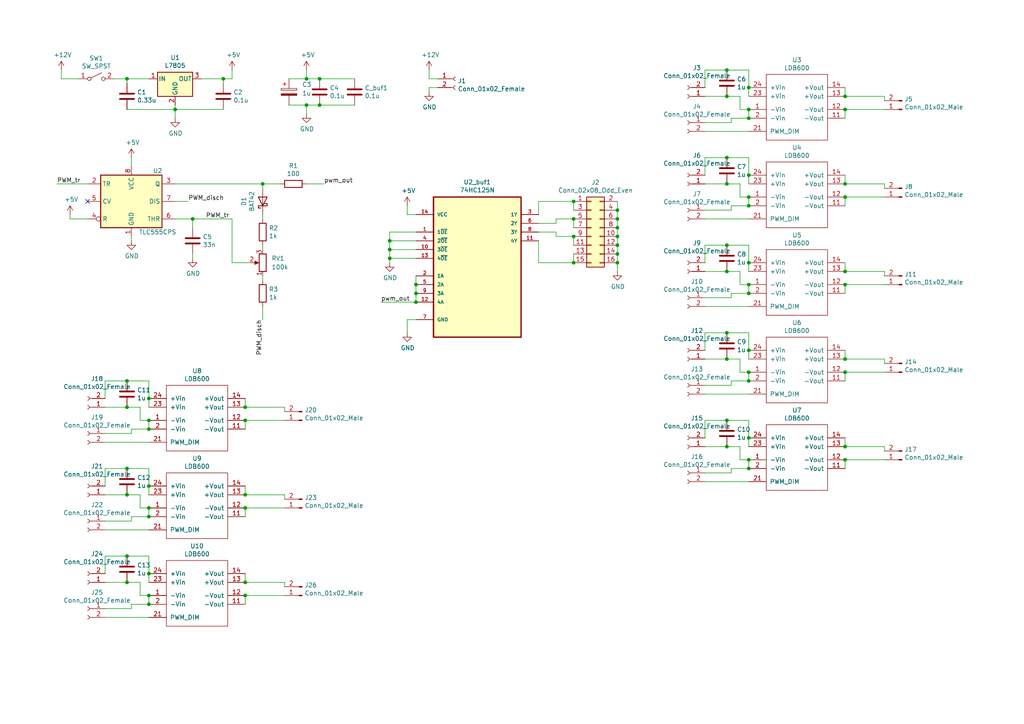
<source format=kicad_sch>
(kicad_sch (version 20211123) (generator eeschema)
  (paper "A4")
  (lib_symbols
    (symbol "74HC125N:74HC125N" (pin_names (offset 1.016))
      (property "Reference" "U" (at -5.461 20.0914 0))
      (property "Value" "74HC125N" (at -3.4798 -27.7876 0))
      (symbol "74HC125N_0_0"
        (rectangle (start -12.7 -22.86) (end 12.7 17.78) (stroke (width 0.4064)) (fill (type background)))
        (pin input line (at -17.78 7.62 0) (length 5.08) (name "1~{OE}") (number "1"))
        (pin input line (at -17.78 2.54 0) (length 5.08) (name "3~{OE}") (number "10"))
        (pin output line (at 17.78 5.08 180) (length 5.08) (name "4Y") (number "11"))
        (pin input line (at -17.78 -12.7 0) (length 5.08) (name "4A") (number "12"))
        (pin input line (at -17.78 0 0) (length 5.08) (name "4~{OE}") (number "13"))
        (pin power_in line (at -17.78 12.7 0) (length 5.08) (name "VCC") (number "14"))
        (pin input line (at -17.78 -5.08 0) (length 5.08) (name "1A") (number "2"))
        (pin output line (at 17.78 12.7 180) (length 5.08) (name "1Y") (number "3"))
        (pin input line (at -17.78 5.08 0) (length 5.08) (name "2~{OE}") (number "4"))
        (pin input line (at -17.78 -7.62 0) (length 5.08) (name "2A") (number "5"))
        (pin output line (at 17.78 10.16 180) (length 5.08) (name "2Y") (number "6"))
        (pin passive line (at -17.78 -17.78 0) (length 5.08) (name "GND") (number "7"))
        (pin output line (at 17.78 7.62 180) (length 5.08) (name "3Y") (number "8"))
        (pin input line (at -17.78 -10.16 0) (length 5.08) (name "3A") (number "9"))
      )
    )
    (symbol "Connector:Conn_01x02_Female" (pin_names (offset 1.016) hide)
      (property "Reference" "J" (at 0 2.54 0))
      (property "Value" "Conn_01x02_Female" (at 0 -5.08 0))
      (symbol "Conn_01x02_Female_1_1"
        (arc (start 0 -2.032) (mid -0.508 -2.54) (end 0 -3.048) (stroke (width 0.1524)))
        (polyline (pts (xy -1.27 -2.54) (xy -0.508 -2.54)) (stroke (width 0.1524)))
        (polyline (pts (xy -1.27 0) (xy -0.508 0)) (stroke (width 0.1524)))
        (arc (start 0 0.508) (mid -0.508 0) (end 0 -0.508) (stroke (width 0.1524)))
        (pin passive line (at -5.08 0 0) (length 3.81) (name "Pin_1") (number "1"))
        (pin passive line (at -5.08 -2.54 0) (length 3.81) (name "Pin_2") (number "2"))
      )
    )
    (symbol "Connector:Conn_01x02_Male" (pin_names (offset 1.016) hide)
      (property "Reference" "J" (at 0 2.54 0))
      (property "Value" "Conn_01x02_Male" (at 0 -5.08 0))
      (symbol "Conn_01x02_Male_1_1"
        (polyline (pts (xy 1.27 -2.54) (xy 0.8636 -2.54)) (stroke (width 0.1524)))
        (polyline (pts (xy 1.27 0) (xy 0.8636 0)) (stroke (width 0.1524)))
        (rectangle (start 0.8636 -2.413) (end 0 -2.667) (stroke (width 0.1524)) (fill (type outline)))
        (rectangle (start 0.8636 0.127) (end 0 -0.127) (stroke (width 0.1524)) (fill (type outline)))
        (pin passive line (at 5.08 0 180) (length 3.81) (name "Pin_1") (number "1"))
        (pin passive line (at 5.08 -2.54 180) (length 3.81) (name "Pin_2") (number "2"))
      )
    )
    (symbol "Connector_Generic:Conn_02x08_Odd_Even" (pin_names (offset 1.016) hide)
      (property "Reference" "J" (at 1.27 10.16 0))
      (property "Value" "Conn_02x08_Odd_Even" (at 1.27 -12.7 0))
      (symbol "Conn_02x08_Odd_Even_1_1"
        (rectangle (start -1.27 -10.033) (end 0 -10.287) (stroke (width 0.1524)))
        (rectangle (start -1.27 -7.493) (end 0 -7.747) (stroke (width 0.1524)))
        (rectangle (start -1.27 -4.953) (end 0 -5.207) (stroke (width 0.1524)))
        (rectangle (start -1.27 -2.413) (end 0 -2.667) (stroke (width 0.1524)))
        (rectangle (start -1.27 0.127) (end 0 -0.127) (stroke (width 0.1524)))
        (rectangle (start -1.27 2.667) (end 0 2.413) (stroke (width 0.1524)))
        (rectangle (start -1.27 5.207) (end 0 4.953) (stroke (width 0.1524)))
        (rectangle (start -1.27 7.747) (end 0 7.493) (stroke (width 0.1524)))
        (rectangle (start -1.27 8.89) (end 3.81 -11.43) (stroke (width 0.254)) (fill (type background)))
        (rectangle (start 3.81 -10.033) (end 2.54 -10.287) (stroke (width 0.1524)))
        (rectangle (start 3.81 -7.493) (end 2.54 -7.747) (stroke (width 0.1524)))
        (rectangle (start 3.81 -4.953) (end 2.54 -5.207) (stroke (width 0.1524)))
        (rectangle (start 3.81 -2.413) (end 2.54 -2.667) (stroke (width 0.1524)))
        (rectangle (start 3.81 0.127) (end 2.54 -0.127) (stroke (width 0.1524)))
        (rectangle (start 3.81 2.667) (end 2.54 2.413) (stroke (width 0.1524)))
        (rectangle (start 3.81 5.207) (end 2.54 4.953) (stroke (width 0.1524)))
        (rectangle (start 3.81 7.747) (end 2.54 7.493) (stroke (width 0.1524)))
        (pin passive line (at -5.08 7.62 0) (length 3.81) (name "Pin_1") (number "1"))
        (pin passive line (at 7.62 -2.54 180) (length 3.81) (name "Pin_10") (number "10"))
        (pin passive line (at -5.08 -5.08 0) (length 3.81) (name "Pin_11") (number "11"))
        (pin passive line (at 7.62 -5.08 180) (length 3.81) (name "Pin_12") (number "12"))
        (pin passive line (at -5.08 -7.62 0) (length 3.81) (name "Pin_13") (number "13"))
        (pin passive line (at 7.62 -7.62 180) (length 3.81) (name "Pin_14") (number "14"))
        (pin passive line (at -5.08 -10.16 0) (length 3.81) (name "Pin_15") (number "15"))
        (pin passive line (at 7.62 -10.16 180) (length 3.81) (name "Pin_16") (number "16"))
        (pin passive line (at 7.62 7.62 180) (length 3.81) (name "Pin_2") (number "2"))
        (pin passive line (at -5.08 5.08 0) (length 3.81) (name "Pin_3") (number "3"))
        (pin passive line (at 7.62 5.08 180) (length 3.81) (name "Pin_4") (number "4"))
        (pin passive line (at -5.08 2.54 0) (length 3.81) (name "Pin_5") (number "5"))
        (pin passive line (at 7.62 2.54 180) (length 3.81) (name "Pin_6") (number "6"))
        (pin passive line (at -5.08 0 0) (length 3.81) (name "Pin_7") (number "7"))
        (pin passive line (at 7.62 0 180) (length 3.81) (name "Pin_8") (number "8"))
        (pin passive line (at -5.08 -2.54 0) (length 3.81) (name "Pin_9") (number "9"))
      )
    )
    (symbol "Device:C" (pin_numbers hide) (pin_names (offset 0.254))
      (property "Reference" "C" (at 0.635 2.54 0))
      (property "Value" "C" (at 0.635 -2.54 0))
      (symbol "C_0_1"
        (polyline (pts (xy -2.032 -0.762) (xy 2.032 -0.762)) (stroke (width 0.508)))
        (polyline (pts (xy -2.032 0.762) (xy 2.032 0.762)) (stroke (width 0.508)))
      )
      (symbol "C_1_1"
        (pin passive line (at 0 3.81 270) (length 2.794) (name "~") (number "1"))
        (pin passive line (at 0 -3.81 90) (length 2.794) (name "~") (number "2"))
      )
    )
    (symbol "Device:C_Polarized" (pin_numbers hide) (pin_names (offset 0.254))
      (property "Reference" "C" (at 0.635 2.54 0))
      (property "Value" "C_Polarized" (at 0.635 -2.54 0))
      (symbol "C_Polarized_0_1"
        (rectangle (start -2.286 0.508) (end 2.286 1.016))
        (polyline (pts (xy -1.778 2.286) (xy -0.762 2.286)))
        (polyline (pts (xy -1.27 2.794) (xy -1.27 1.778)))
        (rectangle (start 2.286 -0.508) (end -2.286 -1.016) (fill (type outline)))
      )
      (symbol "C_Polarized_1_1"
        (pin passive line (at 0 3.81 270) (length 2.794) (name "~") (number "1"))
        (pin passive line (at 0 -3.81 90) (length 2.794) (name "~") (number "2"))
      )
    )
    (symbol "Device:R" (pin_numbers hide) (pin_names (offset 0))
      (property "Reference" "R" (at 2.032 0 90))
      (property "Value" "R" (at 0 0 90))
      (symbol "R_0_1"
        (rectangle (start -1.016 -2.54) (end 1.016 2.54) (stroke (width 0.254)))
      )
      (symbol "R_1_1"
        (pin passive line (at 0 3.81 270) (length 1.27) (name "~") (number "1"))
        (pin passive line (at 0 -3.81 90) (length 1.27) (name "~") (number "2"))
      )
    )
    (symbol "Device:R_Potentiometer" (pin_names (offset 1.016) hide)
      (property "Reference" "RV" (at -4.445 0 90))
      (property "Value" "R_Potentiometer" (at -2.54 0 90))
      (symbol "R_Potentiometer_0_1"
        (polyline (pts (xy 2.54 0) (xy 1.524 0)))
        (polyline (pts (xy 1.143 0) (xy 2.286 0.508) (xy 2.286 -0.508) (xy 1.143 0)) (fill (type outline)))
        (rectangle (start 1.016 2.54) (end -1.016 -2.54) (stroke (width 0.254)))
      )
      (symbol "R_Potentiometer_1_1"
        (pin passive line (at 0 3.81 270) (length 1.27) (name "1") (number "1"))
        (pin passive line (at 3.81 0 180) (length 1.27) (name "2") (number "2"))
        (pin passive line (at 0 -3.81 90) (length 1.27) (name "3") (number "3"))
      )
    )
    (symbol "Diode:BAT42" (pin_numbers hide) (pin_names (offset 1.016) hide)
      (property "Reference" "D" (at 0 2.54 0))
      (property "Value" "BAT42" (at 0 -2.54 0))
      (symbol "BAT42_0_1"
        (polyline (pts (xy 1.27 0) (xy -1.27 0)))
        (polyline (pts (xy 1.27 1.27) (xy 1.27 -1.27) (xy -1.27 0) (xy 1.27 1.27)) (stroke (width 0.254)))
        (polyline (pts (xy -1.905 0.635) (xy -1.905 1.27) (xy -1.27 1.27) (xy -1.27 -1.27) (xy -0.635 -1.27) (xy -0.635 -0.635)) (stroke (width 0.254)))
      )
      (symbol "BAT42_1_1"
        (pin passive line (at -3.81 0 0) (length 2.54) (name "K") (number "1"))
        (pin passive line (at 3.81 0 180) (length 2.54) (name "A") (number "2"))
      )
    )
    (symbol "LDB600:LDB600" (pin_names (offset 1.016))
      (property "Reference" "U" (at 7.62 11.43 0))
      (property "Value" "LDB600" (at 6.35 -10.16 0))
      (symbol "LDB600_0_1"
        (rectangle (start -8.89 10.16) (end 8.89 -8.89))
      )
      (symbol "LDB600_1_1"
        (pin input line (at -13.97 0 0) (length 5.08) (name "-Vin") (number "1"))
        (pin passive line (at 13.97 -2.54 180) (length 5.08) (name "-Vout") (number "11"))
        (pin passive line (at 13.97 0 180) (length 5.08) (name "-Vout") (number "12"))
        (pin passive line (at 13.97 3.81 180) (length 5.08) (name "+Vout") (number "13"))
        (pin passive line (at 13.97 6.35 180) (length 5.08) (name "+Vout") (number "14"))
        (pin input line (at -13.97 -2.54 0) (length 5.08) (name "-Vin") (number "2"))
        (pin input line (at -13.97 -6.35 0) (length 5.08) (name "PWM_DIM") (number "21"))
        (pin input line (at -13.97 3.81 0) (length 5.08) (name "+Vin") (number "23"))
        (pin input line (at -13.97 6.35 0) (length 5.08) (name "+Vin") (number "24"))
      )
    )
    (symbol "Regulator_Linear:L7805" (pin_names (offset 0.254))
      (property "Reference" "U" (at -3.81 3.175 0))
      (property "Value" "L7805" (at 0 3.175 0))
      (symbol "L7805_0_1"
        (rectangle (start -5.08 1.905) (end 5.08 -5.08) (stroke (width 0.254)) (fill (type background)))
      )
      (symbol "L7805_1_1"
        (pin power_in line (at -7.62 0 0) (length 2.54) (name "IN") (number "1"))
        (pin power_in line (at 0 -7.62 90) (length 2.54) (name "GND") (number "2"))
        (pin power_out line (at 7.62 0 180) (length 2.54) (name "OUT") (number "3"))
      )
    )
    (symbol "Switch:SW_SPST" (pin_names (offset 0) hide)
      (property "Reference" "SW" (at 0 3.175 0))
      (property "Value" "SW_SPST" (at 0 -2.54 0))
      (symbol "SW_SPST_0_0"
        (circle (center -2.032 0) (radius 0.508))
        (polyline (pts (xy -1.524 0.254) (xy 1.524 1.778)))
        (circle (center 2.032 0) (radius 0.508))
      )
      (symbol "SW_SPST_1_1"
        (pin passive line (at -5.08 0 0) (length 2.54) (name "A") (number "1"))
        (pin passive line (at 5.08 0 180) (length 2.54) (name "B") (number "2"))
      )
    )
    (symbol "light-rescue:TLC555CPS-Timer"
      (property "Reference" "U" (at -10.16 8.89 0))
      (property "Value" "TLC555CPS-Timer" (at 2.54 8.89 0))
      (symbol "TLC555CPS-Timer_0_0"
        (pin power_in line (at 0 -10.16 90) (length 2.54) (name "GND") (number "1"))
        (pin power_in line (at 0 10.16 270) (length 2.54) (name "VCC") (number "8"))
      )
      (symbol "TLC555CPS-Timer_0_1"
        (rectangle (start -8.89 -7.62) (end 8.89 7.62) (stroke (width 0.254)) (fill (type background)))
        (rectangle (start -8.89 -7.62) (end 8.89 7.62) (stroke (width 0.254)) (fill (type background)))
      )
      (symbol "TLC555CPS-Timer_1_1"
        (pin input line (at -12.7 5.08 0) (length 3.81) (name "TR") (number "2"))
        (pin output line (at 12.7 5.08 180) (length 3.81) (name "Q") (number "3"))
        (pin input inverted (at -12.7 -5.08 0) (length 3.81) (name "R") (number "4"))
        (pin input line (at -12.7 0 0) (length 3.81) (name "CV") (number "5"))
        (pin input line (at 12.7 -5.08 180) (length 3.81) (name "THR") (number "6"))
        (pin input line (at 12.7 0 180) (length 3.81) (name "DIS") (number "7"))
      )
    )
    (symbol "power:+12V" (power) (pin_names (offset 0))
      (property "Value" "+12V" (at 0 3.556 0))
      (symbol "+12V_0_1"
        (polyline (pts (xy -0.762 1.27) (xy 0 2.54)))
        (polyline (pts (xy 0 0) (xy 0 2.54)))
        (polyline (pts (xy 0 2.54) (xy 0.762 1.27)))
      )
      (symbol "+12V_1_1"
        (pin power_in line (at 0 0 90) (length 0) hide (name "+12V") (number "1"))
      )
    )
    (symbol "power:+5V" (power) (pin_names (offset 0))
      (property "Value" "+5V" (at 0 3.556 0))
      (symbol "+5V_0_1"
        (polyline (pts (xy -0.762 1.27) (xy 0 2.54)))
        (polyline (pts (xy 0 0) (xy 0 2.54)))
        (polyline (pts (xy 0 2.54) (xy 0.762 1.27)))
      )
      (symbol "+5V_1_1"
        (pin power_in line (at 0 0 90) (length 0) hide (name "+5V") (number "1"))
      )
    )
    (symbol "power:GND" (power) (pin_names (offset 0))
      (property "Value" "GND" (at 0 -3.81 0))
      (symbol "GND_0_1"
        (polyline (pts (xy 0 0) (xy 0 -1.27) (xy 1.27 -1.27) (xy 0 -2.54) (xy -1.27 -1.27) (xy 0 -1.27)))
      )
      (symbol "GND_1_1"
        (pin power_in line (at 0 0 270) (length 0) hide (name "GND") (number "1"))
      )
    )
  )
  (junction (at 43.18 124.46))
  (junction (at 245.11 104.14))
  (junction (at 76.2 53.34))
  (junction (at 217.17 85.09))
  (junction (at 217.17 25.4))
  (junction (at 179.07 71.12))
  (junction (at 71.12 118.11))
  (junction (at 217.17 50.8))
  (junction (at 166.37 76.2))
  (junction (at 210.82 71.12))
  (junction (at 92.71 30.48))
  (junction (at 217.17 127))
  (junction (at 217.17 107.95))
  (junction (at 179.07 60.96))
  (junction (at 43.18 175.26))
  (junction (at 55.88 63.5))
  (junction (at 88.9 30.48))
  (junction (at 245.11 129.54))
  (junction (at 179.07 66.04))
  (junction (at 217.17 101.6))
  (junction (at 36.83 22.86))
  (junction (at 217.17 133.35))
  (junction (at 113.03 72.39))
  (junction (at 245.11 82.55))
  (junction (at 217.17 31.75))
  (junction (at 245.11 53.34))
  (junction (at 50.8 31.75))
  (junction (at 217.17 59.69))
  (junction (at 166.37 68.58))
  (junction (at 71.12 168.91))
  (junction (at 120.65 85.09))
  (junction (at 43.18 149.86))
  (junction (at 210.82 27.94))
  (junction (at 43.18 121.92))
  (junction (at 179.07 76.2))
  (junction (at 210.82 104.14))
  (junction (at 71.12 147.32))
  (junction (at 217.17 76.2))
  (junction (at 217.17 82.55))
  (junction (at 71.12 143.51))
  (junction (at 92.71 22.86))
  (junction (at 43.18 115.57))
  (junction (at 43.18 140.97))
  (junction (at 36.83 118.11))
  (junction (at 210.82 20.32))
  (junction (at 36.83 168.91))
  (junction (at 245.11 31.75))
  (junction (at 217.17 57.15))
  (junction (at 36.83 161.29))
  (junction (at 210.82 121.92))
  (junction (at 210.82 129.54))
  (junction (at 210.82 53.34))
  (junction (at 120.65 87.63))
  (junction (at 43.18 166.37))
  (junction (at 179.07 63.5))
  (junction (at 71.12 121.92))
  (junction (at 166.37 58.42))
  (junction (at 113.03 74.93))
  (junction (at 43.18 172.72))
  (junction (at 120.65 82.55))
  (junction (at 179.07 73.66))
  (junction (at 245.11 133.35))
  (junction (at 88.9 22.86))
  (junction (at 43.18 147.32))
  (junction (at 210.82 78.74))
  (junction (at 217.17 110.49))
  (junction (at 166.37 63.5))
  (junction (at 113.03 69.85))
  (junction (at 36.83 135.89))
  (junction (at 210.82 45.72))
  (junction (at 179.07 68.58))
  (junction (at 217.17 135.89))
  (junction (at 245.11 27.94))
  (junction (at 245.11 78.74))
  (junction (at 71.12 172.72))
  (junction (at 245.11 107.95))
  (junction (at 245.11 57.15))
  (junction (at 36.83 110.49))
  (junction (at 210.82 96.52))
  (junction (at 217.17 34.29))
  (junction (at 64.77 22.86))
  (junction (at 36.83 143.51))
  (no_connect (at 25.4 58.42))
  (wire (pts (xy 245.11 127) (xy 245.11 129.54)))
  (wire (pts (xy 210.82 20.32) (xy 217.17 20.32)))
  (wire (pts (xy 214.63 104.14) (xy 214.63 107.95)))
  (wire (pts (xy 43.18 161.29) (xy 43.18 166.37)))
  (wire (pts (xy 30.48 110.49) (xy 36.83 110.49)))
  (wire (pts (xy 36.83 22.86) (xy 43.18 22.86)))
  (wire (pts (xy 212.09 35.56) (xy 212.09 34.29)))
  (wire (pts (xy 30.48 125.73) (xy 38.1 125.73)))
  (wire (pts (xy 256.54 27.94) (xy 256.54 29.21)))
  (wire (pts (xy 67.31 63.5) (xy 55.88 63.5)))
  (wire (pts (xy 88.9 22.86) (xy 92.71 22.86)))
  (wire (pts (xy 54.61 58.42) (xy 50.8 58.42)))
  (wire (pts (xy 256.54 129.54) (xy 256.54 130.81)))
  (wire (pts (xy 102.87 22.86) (xy 92.71 22.86)))
  (wire (pts (xy 71.12 140.97) (xy 71.12 143.51)))
  (wire (pts (xy 245.11 101.6) (xy 245.11 104.14)))
  (wire (pts (xy 30.48 176.53) (xy 38.1 176.53)))
  (wire (pts (xy 245.11 107.95) (xy 245.11 110.49)))
  (wire (pts (xy 204.47 35.56) (xy 212.09 35.56)))
  (wire (pts (xy 30.48 153.67) (xy 43.18 153.67)))
  (wire (pts (xy 217.17 20.32) (xy 217.17 25.4)))
  (wire (pts (xy 179.07 58.42) (xy 179.07 60.96)))
  (wire (pts (xy 71.12 172.72) (xy 71.12 175.26)))
  (wire (pts (xy 120.65 69.85) (xy 113.03 69.85)))
  (wire (pts (xy 204.47 88.9) (xy 217.17 88.9)))
  (wire (pts (xy 204.47 50.8) (xy 204.47 45.72)))
  (wire (pts (xy 92.71 30.48) (xy 102.87 30.48)))
  (wire (pts (xy 55.88 74.93) (xy 55.88 73.66)))
  (wire (pts (xy 71.12 118.11) (xy 82.55 118.11)))
  (wire (pts (xy 50.8 31.75) (xy 36.83 31.75)))
  (wire (pts (xy 120.65 74.93) (xy 113.03 74.93)))
  (wire (pts (xy 166.37 76.2) (xy 166.37 73.66)))
  (wire (pts (xy 113.03 72.39) (xy 113.03 69.85)))
  (wire (pts (xy 212.09 111.76) (xy 212.09 110.49)))
  (wire (pts (xy 76.2 53.34) (xy 76.2 54.61)))
  (wire (pts (xy 33.02 22.86) (xy 36.83 22.86)))
  (wire (pts (xy 30.48 143.51) (xy 36.83 143.51)))
  (wire (pts (xy 71.12 168.91) (xy 82.55 168.91)))
  (wire (pts (xy 156.21 67.31) (xy 161.29 67.31)))
  (wire (pts (xy 82.55 172.72) (xy 71.12 172.72)))
  (wire (pts (xy 30.48 166.37) (xy 30.48 161.29)))
  (wire (pts (xy 210.82 121.92) (xy 217.17 121.92)))
  (wire (pts (xy 256.54 53.34) (xy 256.54 54.61)))
  (wire (pts (xy 72.39 76.2) (xy 67.31 76.2)))
  (wire (pts (xy 217.17 133.35) (xy 217.17 135.89)))
  (wire (pts (xy 204.47 76.2) (xy 204.47 71.12)))
  (wire (pts (xy 204.47 60.96) (xy 212.09 60.96)))
  (wire (pts (xy 43.18 147.32) (xy 43.18 149.86)))
  (wire (pts (xy 204.47 127) (xy 204.47 121.92)))
  (wire (pts (xy 76.2 92.71) (xy 76.2 88.9)))
  (wire (pts (xy 204.47 71.12) (xy 210.82 71.12)))
  (wire (pts (xy 43.18 135.89) (xy 43.18 140.97)))
  (wire (pts (xy 245.11 27.94) (xy 256.54 27.94)))
  (wire (pts (xy 217.17 57.15) (xy 217.17 59.69)))
  (wire (pts (xy 204.47 129.54) (xy 210.82 129.54)))
  (wire (pts (xy 71.12 147.32) (xy 71.12 149.86)))
  (wire (pts (xy 156.21 62.23) (xy 156.21 58.42)))
  (wire (pts (xy 245.11 104.14) (xy 256.54 104.14)))
  (wire (pts (xy 40.64 168.91) (xy 40.64 172.72)))
  (wire (pts (xy 214.63 78.74) (xy 214.63 82.55)))
  (wire (pts (xy 82.55 168.91) (xy 82.55 170.18)))
  (wire (pts (xy 156.21 58.42) (xy 166.37 58.42)))
  (wire (pts (xy 245.11 31.75) (xy 245.11 34.29)))
  (wire (pts (xy 217.17 127) (xy 217.17 129.54)))
  (wire (pts (xy 245.11 82.55) (xy 245.11 85.09)))
  (wire (pts (xy 88.9 20.32) (xy 88.9 22.86)))
  (wire (pts (xy 256.54 107.95) (xy 245.11 107.95)))
  (wire (pts (xy 204.47 86.36) (xy 212.09 86.36)))
  (wire (pts (xy 245.11 50.8) (xy 245.11 53.34)))
  (wire (pts (xy 214.63 53.34) (xy 214.63 57.15)))
  (wire (pts (xy 30.48 140.97) (xy 30.48 135.89)))
  (wire (pts (xy 36.83 135.89) (xy 43.18 135.89)))
  (wire (pts (xy 204.47 20.32) (xy 210.82 20.32)))
  (wire (pts (xy 204.47 78.74) (xy 210.82 78.74)))
  (wire (pts (xy 43.18 166.37) (xy 43.18 168.91)))
  (wire (pts (xy 43.18 140.97) (xy 43.18 143.51)))
  (wire (pts (xy 161.29 64.77) (xy 161.29 63.5)))
  (wire (pts (xy 120.65 85.09) (xy 120.65 87.63)))
  (wire (pts (xy 30.48 151.13) (xy 38.1 151.13)))
  (wire (pts (xy 88.9 33.02) (xy 88.9 30.48)))
  (wire (pts (xy 40.64 147.32) (xy 43.18 147.32)))
  (wire (pts (xy 256.54 104.14) (xy 256.54 105.41)))
  (wire (pts (xy 217.17 76.2) (xy 217.17 78.74)))
  (wire (pts (xy 120.65 80.01) (xy 120.65 82.55)))
  (wire (pts (xy 179.07 60.96) (xy 179.07 63.5)))
  (wire (pts (xy 20.32 63.5) (xy 25.4 63.5)))
  (wire (pts (xy 210.82 96.52) (xy 217.17 96.52)))
  (wire (pts (xy 166.37 68.58) (xy 166.37 71.12)))
  (wire (pts (xy 16.51 53.34) (xy 25.4 53.34)))
  (wire (pts (xy 118.11 62.23) (xy 118.11 59.69)))
  (wire (pts (xy 256.54 78.74) (xy 256.54 80.01)))
  (wire (pts (xy 30.48 135.89) (xy 36.83 135.89)))
  (wire (pts (xy 245.11 53.34) (xy 256.54 53.34)))
  (wire (pts (xy 204.47 25.4) (xy 204.47 20.32)))
  (wire (pts (xy 166.37 63.5) (xy 166.37 66.04)))
  (wire (pts (xy 179.07 66.04) (xy 179.07 68.58)))
  (wire (pts (xy 40.64 121.92) (xy 43.18 121.92)))
  (wire (pts (xy 214.63 82.55) (xy 217.17 82.55)))
  (wire (pts (xy 67.31 20.32) (xy 67.31 22.86)))
  (wire (pts (xy 204.47 139.7) (xy 217.17 139.7)))
  (wire (pts (xy 214.63 133.35) (xy 217.17 133.35)))
  (wire (pts (xy 204.47 38.1) (xy 217.17 38.1)))
  (wire (pts (xy 245.11 129.54) (xy 256.54 129.54)))
  (wire (pts (xy 124.46 25.4) (xy 127 25.4)))
  (wire (pts (xy 210.82 78.74) (xy 214.63 78.74)))
  (wire (pts (xy 179.07 76.2) (xy 179.07 78.74)))
  (wire (pts (xy 156.21 69.85) (xy 156.21 76.2)))
  (wire (pts (xy 36.83 161.29) (xy 43.18 161.29)))
  (wire (pts (xy 124.46 22.86) (xy 127 22.86)))
  (wire (pts (xy 217.17 50.8) (xy 217.17 53.34)))
  (wire (pts (xy 43.18 110.49) (xy 43.18 115.57)))
  (wire (pts (xy 76.2 72.39) (xy 76.2 71.12)))
  (wire (pts (xy 217.17 121.92) (xy 217.17 127)))
  (wire (pts (xy 64.77 31.75) (xy 50.8 31.75)))
  (wire (pts (xy 30.48 118.11) (xy 36.83 118.11)))
  (wire (pts (xy 93.98 53.34) (xy 88.9 53.34)))
  (wire (pts (xy 217.17 82.55) (xy 217.17 85.09)))
  (wire (pts (xy 120.65 87.63) (xy 110.49 87.63)))
  (wire (pts (xy 204.47 121.92) (xy 210.82 121.92)))
  (wire (pts (xy 179.07 68.58) (xy 179.07 71.12)))
  (wire (pts (xy 71.12 143.51) (xy 82.55 143.51)))
  (wire (pts (xy 36.83 24.13) (xy 36.83 22.86)))
  (wire (pts (xy 161.29 68.58) (xy 166.37 68.58)))
  (wire (pts (xy 214.63 107.95) (xy 217.17 107.95)))
  (wire (pts (xy 156.21 76.2) (xy 166.37 76.2)))
  (wire (pts (xy 120.65 82.55) (xy 120.65 85.09)))
  (wire (pts (xy 82.55 118.11) (xy 82.55 119.38)))
  (wire (pts (xy 82.55 121.92) (xy 71.12 121.92)))
  (wire (pts (xy 83.82 22.86) (xy 88.9 22.86)))
  (wire (pts (xy 179.07 73.66) (xy 179.07 76.2)))
  (wire (pts (xy 256.54 57.15) (xy 245.11 57.15)))
  (wire (pts (xy 30.48 115.57) (xy 30.48 110.49)))
  (wire (pts (xy 212.09 86.36) (xy 212.09 85.09)))
  (wire (pts (xy 36.83 168.91) (xy 40.64 168.91)))
  (wire (pts (xy 83.82 30.48) (xy 88.9 30.48)))
  (wire (pts (xy 217.17 101.6) (xy 217.17 104.14)))
  (wire (pts (xy 55.88 63.5) (xy 50.8 63.5)))
  (wire (pts (xy 64.77 24.13) (xy 64.77 22.86)))
  (wire (pts (xy 38.1 45.72) (xy 38.1 48.26)))
  (wire (pts (xy 30.48 168.91) (xy 36.83 168.91)))
  (wire (pts (xy 217.17 25.4) (xy 217.17 27.94)))
  (wire (pts (xy 214.63 27.94) (xy 214.63 31.75)))
  (wire (pts (xy 245.11 78.74) (xy 256.54 78.74)))
  (wire (pts (xy 204.47 137.16) (xy 212.09 137.16)))
  (wire (pts (xy 30.48 179.07) (xy 43.18 179.07)))
  (wire (pts (xy 38.1 176.53) (xy 38.1 175.26)))
  (wire (pts (xy 50.8 53.34) (xy 76.2 53.34)))
  (wire (pts (xy 113.03 69.85) (xy 113.03 67.31)))
  (wire (pts (xy 256.54 82.55) (xy 245.11 82.55)))
  (wire (pts (xy 36.83 110.49) (xy 43.18 110.49)))
  (wire (pts (xy 245.11 76.2) (xy 245.11 78.74)))
  (wire (pts (xy 204.47 111.76) (xy 212.09 111.76)))
  (wire (pts (xy 210.82 129.54) (xy 214.63 129.54)))
  (wire (pts (xy 214.63 57.15) (xy 217.17 57.15)))
  (wire (pts (xy 20.32 62.23) (xy 20.32 63.5)))
  (wire (pts (xy 256.54 31.75) (xy 245.11 31.75)))
  (wire (pts (xy 71.12 166.37) (xy 71.12 168.91)))
  (wire (pts (xy 161.29 63.5) (xy 166.37 63.5)))
  (wire (pts (xy 204.47 104.14) (xy 210.82 104.14)))
  (wire (pts (xy 120.65 62.23) (xy 118.11 62.23)))
  (wire (pts (xy 88.9 30.48) (xy 92.71 30.48)))
  (wire (pts (xy 217.17 71.12) (xy 217.17 76.2)))
  (wire (pts (xy 71.12 115.57) (xy 71.12 118.11)))
  (wire (pts (xy 36.83 143.51) (xy 40.64 143.51)))
  (wire (pts (xy 204.47 45.72) (xy 210.82 45.72)))
  (wire (pts (xy 50.8 34.29) (xy 50.8 31.75)))
  (wire (pts (xy 40.64 118.11) (xy 40.64 121.92)))
  (wire (pts (xy 217.17 96.52) (xy 217.17 101.6)))
  (wire (pts (xy 17.78 22.86) (xy 22.86 22.86)))
  (wire (pts (xy 113.03 67.31) (xy 120.65 67.31)))
  (wire (pts (xy 38.1 125.73) (xy 38.1 124.46)))
  (wire (pts (xy 38.1 175.26) (xy 43.18 175.26)))
  (wire (pts (xy 217.17 45.72) (xy 217.17 50.8)))
  (wire (pts (xy 124.46 20.32) (xy 124.46 22.86)))
  (wire (pts (xy 212.09 135.89) (xy 217.17 135.89)))
  (wire (pts (xy 30.48 128.27) (xy 43.18 128.27)))
  (wire (pts (xy 43.18 172.72) (xy 43.18 175.26)))
  (wire (pts (xy 55.88 66.04) (xy 55.88 63.5)))
  (wire (pts (xy 204.47 114.3) (xy 217.17 114.3)))
  (wire (pts (xy 38.1 69.85) (xy 38.1 68.58)))
  (wire (pts (xy 245.11 25.4) (xy 245.11 27.94)))
  (wire (pts (xy 36.83 118.11) (xy 40.64 118.11)))
  (wire (pts (xy 204.47 96.52) (xy 210.82 96.52)))
  (wire (pts (xy 210.82 71.12) (xy 217.17 71.12)))
  (wire (pts (xy 204.47 27.94) (xy 210.82 27.94)))
  (wire (pts (xy 43.18 115.57) (xy 43.18 118.11)))
  (wire (pts (xy 161.29 67.31) (xy 161.29 68.58)))
  (wire (pts (xy 40.64 172.72) (xy 43.18 172.72)))
  (wire (pts (xy 124.46 26.67) (xy 124.46 25.4)))
  (wire (pts (xy 67.31 76.2) (xy 67.31 63.5)))
  (wire (pts (xy 71.12 121.92) (xy 71.12 124.46)))
  (wire (pts (xy 17.78 20.32) (xy 17.78 22.86)))
  (wire (pts (xy 40.64 143.51) (xy 40.64 147.32)))
  (wire (pts (xy 210.82 27.94) (xy 214.63 27.94)))
  (wire (pts (xy 38.1 151.13) (xy 38.1 149.86)))
  (wire (pts (xy 82.55 143.51) (xy 82.55 144.78)))
  (wire (pts (xy 76.2 63.5) (xy 76.2 62.23)))
  (wire (pts (xy 212.09 137.16) (xy 212.09 135.89)))
  (wire (pts (xy 217.17 31.75) (xy 217.17 34.29)))
  (wire (pts (xy 256.54 133.35) (xy 245.11 133.35)))
  (wire (pts (xy 113.03 74.93) (xy 113.03 72.39)))
  (wire (pts (xy 210.82 104.14) (xy 214.63 104.14)))
  (wire (pts (xy 156.21 64.77) (xy 161.29 64.77)))
  (wire (pts (xy 212.09 110.49) (xy 217.17 110.49)))
  (wire (pts (xy 64.77 22.86) (xy 58.42 22.86)))
  (wire (pts (xy 212.09 85.09) (xy 217.17 85.09)))
  (wire (pts (xy 118.11 96.52) (xy 118.11 92.71)))
  (wire (pts (xy 38.1 149.86) (xy 43.18 149.86)))
  (wire (pts (xy 210.82 45.72) (xy 217.17 45.72)))
  (wire (pts (xy 113.03 76.2) (xy 113.03 74.93)))
  (wire (pts (xy 204.47 101.6) (xy 204.47 96.52)))
  (wire (pts (xy 204.47 63.5) (xy 217.17 63.5)))
  (wire (pts (xy 245.11 57.15) (xy 245.11 59.69)))
  (wire (pts (xy 204.47 53.34) (xy 210.82 53.34)))
  (wire (pts (xy 50.8 30.48) (xy 50.8 31.75)))
  (wire (pts (xy 38.1 124.46) (xy 43.18 124.46)))
  (wire (pts (xy 212.09 60.96) (xy 212.09 59.69)))
  (wire (pts (xy 212.09 34.29) (xy 217.17 34.29)))
  (wire (pts (xy 179.07 71.12) (xy 179.07 73.66)))
  (wire (pts (xy 210.82 53.34) (xy 214.63 53.34)))
  (wire (pts (xy 179.07 63.5) (xy 179.07 66.04)))
  (wire (pts (xy 82.55 147.32) (xy 71.12 147.32)))
  (wire (pts (xy 81.28 53.34) (xy 76.2 53.34)))
  (wire (pts (xy 43.18 121.92) (xy 43.18 124.46)))
  (wire (pts (xy 217.17 107.95) (xy 217.17 110.49)))
  (wire (pts (xy 76.2 81.28) (xy 76.2 80.01)))
  (wire (pts (xy 118.11 92.71) (xy 120.65 92.71)))
  (wire (pts (xy 245.11 133.35) (xy 245.11 135.89)))
  (wire (pts (xy 212.09 59.69) (xy 217.17 59.69)))
  (wire (pts (xy 214.63 31.75) (xy 217.17 31.75)))
  (wire (pts (xy 120.65 72.39) (xy 113.03 72.39)))
  (wire (pts (xy 67.31 22.86) (xy 64.77 22.86)))
  (wire (pts (xy 214.63 129.54) (xy 214.63 133.35)))
  (wire (pts (xy 30.48 161.29) (xy 36.83 161.29)))
  (wire (pts (xy 166.37 58.42) (xy 166.37 60.96)))
  (label "PWM_disch" (at 54.61 58.42 0))
  (label "pwm_out" (at 110.49 87.63 0))
  (label "PWM_tr" (at 16.51 53.34 0))
  (label "PWM_disch" (at 76.2 92.71 270))
  (label "pwm_out" (at 93.98 53.34 0))
  (label "PWM_tr" (at 59.69 63.5 0))
  (symbol (lib_id "light-rescue:TLC555CPS-Timer") (at 38.1 58.42 0) (unit 1)
    (property "Reference" "U2" (at 45.72 49.53 0))
    (property "Value" "TLC555CPS" (at 45.72 67.31 0))
    (property "Footprint" "Package_DIP:DIP-8_W7.62mm_LongPads" (effects hide))
    (property "Datasheet" "http://www.ti.com/lit/ds/symlink/tlc555.pdf" (effects hide))
  )
  (symbol (lib_id "Diode:BAT42") (at 76.2 58.42 90) (unit 1)
    (property "Reference" "D1" (at 70.7136 58.42 0))
    (property "Value" "BAT42" (at 73.025 58.42 0))
    (property "Footprint" "Diode_THT:D_DO-35_SOD27_P7.62mm_Horizontal" (effects hide))
    (property "Datasheet" "http://www.vishay.com/docs/85660/bat42.pdf" (effects hide))
  )
  (symbol (lib_id "Device:R") (at 76.2 67.31 0) (unit 1)
    (property "Reference" "R2" (at 77.978 66.1416 0) (effects (justify left)))
    (property "Value" "1k" (at 77.978 68.453 0) (effects (justify left)))
    (property "Footprint" "Resistor_THT:R_Axial_DIN0207_L6.3mm_D2.5mm_P10.16mm_Horizontal" (effects hide))
  )
  (symbol (lib_id "Device:R") (at 76.2 85.09 0) (unit 1)
    (property "Reference" "R3" (at 77.978 83.9216 0) (effects (justify left)))
    (property "Value" "1k" (at 77.978 86.233 0) (effects (justify left)))
    (property "Footprint" "Resistor_THT:R_Axial_DIN0207_L6.3mm_D2.5mm_P10.16mm_Horizontal" (effects hide))
  )
  (symbol (lib_id "Device:C") (at 55.88 69.85 0) (unit 1)
    (property "Reference" "C5" (at 58.801 68.6816 0) (effects (justify left)))
    (property "Value" "33n" (at 58.801 70.993 0) (effects (justify left)))
    (property "Footprint" "Capacitor_THT:C_Disc_D10.0mm_W2.5mm_P5.00mm" (effects hide))
  )
  (symbol (lib_id "Device:C") (at 92.71 26.67 0) (unit 1)
    (property "Reference" "C4" (at 95.631 25.5016 0) (effects (justify left)))
    (property "Value" "0.1u" (at 95.631 27.813 0) (effects (justify left)))
    (property "Footprint" "Capacitor_THT:C_Disc_D10.0mm_W2.5mm_P5.00mm" (effects hide))
  )
  (symbol (lib_id "Device:C") (at 36.83 27.94 0) (unit 1)
    (property "Reference" "C1" (at 39.751 26.7716 0) (effects (justify left)))
    (property "Value" "0.33u" (at 39.751 29.083 0) (effects (justify left)))
    (property "Footprint" "Capacitor_THT:C_Disc_D10.0mm_W2.5mm_P5.00mm" (effects hide))
  )
  (symbol (lib_id "Device:C") (at 64.77 27.94 0) (unit 1)
    (property "Reference" "C2" (at 67.691 26.7716 0) (effects (justify left)))
    (property "Value" "0.1u" (at 67.691 29.083 0) (effects (justify left)))
    (property "Footprint" "Capacitor_THT:C_Disc_D10.0mm_W2.5mm_P5.00mm" (effects hide))
  )
  (symbol (lib_id "Device:R") (at 85.09 53.34 270) (unit 1)
    (property "Reference" "R1" (at 85.09 48.0822 90))
    (property "Value" "100" (at 85.09 50.3936 90))
    (property "Footprint" "Resistor_THT:R_Axial_DIN0207_L6.3mm_D2.5mm_P10.16mm_Horizontal" (effects hide))
  )
  (symbol (lib_id "Regulator_Linear:L7805") (at 50.8 22.86 0) (unit 1)
    (property "Reference" "U1" (at 50.8 16.7132 0))
    (property "Value" "L7805" (at 50.8 19.0246 0))
    (property "Footprint" "MY_LIB:TO-220-3_Vertical-mod2" (effects hide))
    (property "Datasheet" "http://www.st.com/content/ccc/resource/technical/document/datasheet/41/4f/b3/b0/12/d4/47/88/CD00000444.pdf/files/CD00000444.pdf/jcr:content/translations/en.CD00000444.pdf" (effects hide))
  )
  (symbol (lib_id "power:+12V") (at 17.78 20.32 0) (unit 1)
    (property "Reference" "#PWR0101" (effects hide))
    (property "Value" "+12V" (at 18.161 15.9258 0))
  )
  (symbol (lib_id "power:+5V") (at 67.31 20.32 0) (unit 1)
    (property "Reference" "#PWR0102" (effects hide))
    (property "Value" "+5V" (at 67.691 15.9258 0))
  )
  (symbol (lib_id "power:GND") (at 50.8 34.29 0) (unit 1)
    (property "Reference" "#PWR0103" (effects hide))
    (property "Value" "GND" (at 50.927 38.6842 0))
  )
  (symbol (lib_id "power:+5V") (at 88.9 20.32 0) (unit 1)
    (property "Reference" "#PWR0104" (effects hide))
    (property "Value" "+5V" (at 89.281 15.9258 0))
  )
  (symbol (lib_id "power:GND") (at 88.9 33.02 0) (unit 1)
    (property "Reference" "#PWR0105" (effects hide))
    (property "Value" "GND" (at 89.027 37.4142 0))
  )
  (symbol (lib_id "Switch:SW_SPST") (at 27.94 22.86 0) (unit 1)
    (property "Reference" "SW1" (at 27.94 16.891 0))
    (property "Value" "SW_SPST" (at 27.94 19.2024 0))
    (property "Footprint" "Connector_Wire:SolderWirePad_1x02_P7.62mm_Drill2.5mm" (effects hide))
  )
  (symbol (lib_id "power:+5V") (at 38.1 45.72 0) (unit 1)
    (property "Reference" "#PWR0106" (effects hide))
    (property "Value" "+5V" (at 38.481 41.3258 0))
  )
  (symbol (lib_id "power:GND") (at 38.1 69.85 0) (unit 1)
    (property "Reference" "#PWR0107" (effects hide))
    (property "Value" "GND" (at 38.227 74.2442 0))
  )
  (symbol (lib_id "LDB600:LDB600") (at 231.14 57.15 0) (unit 1)
    (property "Reference" "U4" (at 231.14 42.799 0))
    (property "Value" "LDB600" (at 231.14 45.1104 0))
    (property "Footprint" "MY_LIB:MEANWELL_LDB-350L" (effects hide))
  )
  (symbol (lib_id "Connector:Conn_01x02_Male") (at 261.62 57.15 180) (unit 1)
    (property "Reference" "J8" (at 262.3312 54.1528 0) (effects (justify right)))
    (property "Value" "Conn_01x02_Male" (at 262.3312 56.4642 0) (effects (justify right)))
    (property "Footprint" "Connector_Wire:SolderWirePad_1x02_P7.62mm_Drill2.5mm" (effects hide))
  )
  (symbol (lib_id "Connector:Conn_01x02_Female") (at 199.39 53.34 180) (unit 1)
    (property "Reference" "J6" (at 202.1332 45.085 0))
    (property "Value" "Conn_01x02_Female" (at 202.1332 47.3964 0))
    (property "Footprint" "Connector_Wire:SolderWirePad_1x02_P7.62mm_Drill2.5mm" (effects hide))
  )
  (symbol (lib_id "Connector:Conn_01x02_Female") (at 199.39 60.96 0) (mirror y) (unit 1)
    (property "Reference" "J7" (at 202.1332 56.261 0))
    (property "Value" "Conn_01x02_Female" (at 202.1332 58.5724 0))
    (property "Footprint" "Connector_Wire:SolderWirePad_1x02_P7.62mm_Drill2.5mm" (effects hide))
  )
  (symbol (lib_id "Device:C") (at 210.82 49.53 0) (unit 1)
    (property "Reference" "C7" (at 213.741 48.3616 0) (effects (justify left)))
    (property "Value" "1u" (at 213.741 50.673 0) (effects (justify left)))
    (property "Footprint" "Capacitor_THT:C_Disc_D10.0mm_W2.5mm_P5.00mm" (effects hide))
  )
  (symbol (lib_id "LDB600:LDB600") (at 231.14 82.55 0) (unit 1)
    (property "Reference" "U5" (at 231.14 68.199 0))
    (property "Value" "LDB600" (at 231.14 70.5104 0))
    (property "Footprint" "MY_LIB:MEANWELL_LDB-350L" (effects hide))
  )
  (symbol (lib_id "Connector:Conn_01x02_Male") (at 261.62 82.55 180) (unit 1)
    (property "Reference" "J11" (at 262.3312 79.5528 0) (effects (justify right)))
    (property "Value" "Conn_01x02_Male" (at 262.3312 81.8642 0) (effects (justify right)))
    (property "Footprint" "Connector_Wire:SolderWirePad_1x02_P7.62mm_Drill2.5mm" (effects hide))
  )
  (symbol (lib_id "Connector:Conn_01x02_Female") (at 199.39 78.74 180) (unit 1)
    (property "Reference" "J9" (at 202.1332 70.485 0))
    (property "Value" "Conn_01x02_Female" (at 202.1332 72.7964 0))
    (property "Footprint" "Connector_Wire:SolderWirePad_1x02_P7.62mm_Drill2.5mm" (effects hide))
  )
  (symbol (lib_id "Connector:Conn_01x02_Female") (at 199.39 86.36 0) (mirror y) (unit 1)
    (property "Reference" "J10" (at 202.1332 81.661 0))
    (property "Value" "Conn_01x02_Female" (at 202.1332 83.9724 0))
    (property "Footprint" "Connector_Wire:SolderWirePad_1x02_P7.62mm_Drill2.5mm" (effects hide))
  )
  (symbol (lib_id "Device:C") (at 210.82 74.93 0) (unit 1)
    (property "Reference" "C8" (at 213.741 73.7616 0) (effects (justify left)))
    (property "Value" "1u" (at 213.741 76.073 0) (effects (justify left)))
    (property "Footprint" "Capacitor_THT:C_Disc_D10.0mm_W2.5mm_P5.00mm" (effects hide))
  )
  (symbol (lib_id "LDB600:LDB600") (at 231.14 107.95 0) (unit 1)
    (property "Reference" "U6" (at 231.14 93.599 0))
    (property "Value" "LDB600" (at 231.14 95.9104 0))
    (property "Footprint" "MY_LIB:MEANWELL_LDB-350L" (effects hide))
  )
  (symbol (lib_id "Connector:Conn_01x02_Male") (at 261.62 107.95 180) (unit 1)
    (property "Reference" "J14" (at 262.3312 104.9528 0) (effects (justify right)))
    (property "Value" "Conn_01x02_Male" (at 262.3312 107.2642 0) (effects (justify right)))
    (property "Footprint" "Connector_Wire:SolderWirePad_1x02_P7.62mm_Drill2.5mm" (effects hide))
  )
  (symbol (lib_id "Connector:Conn_01x02_Female") (at 199.39 104.14 180) (unit 1)
    (property "Reference" "J12" (at 202.1332 95.885 0))
    (property "Value" "Conn_01x02_Female" (at 202.1332 98.1964 0))
    (property "Footprint" "Connector_Wire:SolderWirePad_1x02_P7.62mm_Drill2.5mm" (effects hide))
  )
  (symbol (lib_id "Connector:Conn_01x02_Female") (at 199.39 111.76 0) (mirror y) (unit 1)
    (property "Reference" "J13" (at 202.1332 107.061 0))
    (property "Value" "Conn_01x02_Female" (at 202.1332 109.3724 0))
    (property "Footprint" "Connector_Wire:SolderWirePad_1x02_P7.62mm_Drill2.5mm" (effects hide))
  )
  (symbol (lib_id "Device:C") (at 210.82 100.33 0) (unit 1)
    (property "Reference" "C9" (at 213.741 99.1616 0) (effects (justify left)))
    (property "Value" "1u" (at 213.741 101.473 0) (effects (justify left)))
    (property "Footprint" "Capacitor_THT:C_Disc_D10.0mm_W2.5mm_P5.00mm" (effects hide))
  )
  (symbol (lib_id "LDB600:LDB600") (at 231.14 133.35 0) (unit 1)
    (property "Reference" "U7" (at 231.14 118.999 0))
    (property "Value" "LDB600" (at 231.14 121.3104 0))
    (property "Footprint" "MY_LIB:MEANWELL_LDB-350L" (effects hide))
  )
  (symbol (lib_id "Connector:Conn_01x02_Male") (at 261.62 133.35 180) (unit 1)
    (property "Reference" "J17" (at 262.3312 130.3528 0) (effects (justify right)))
    (property "Value" "Conn_01x02_Male" (at 262.3312 132.6642 0) (effects (justify right)))
    (property "Footprint" "Connector_Wire:SolderWirePad_1x02_P7.62mm_Drill2.5mm" (effects hide))
  )
  (symbol (lib_id "Connector:Conn_01x02_Female") (at 199.39 129.54 180) (unit 1)
    (property "Reference" "J15" (at 202.1332 121.285 0))
    (property "Value" "Conn_01x02_Female" (at 202.1332 123.5964 0))
    (property "Footprint" "Connector_Wire:SolderWirePad_1x02_P7.62mm_Drill2.5mm" (effects hide))
  )
  (symbol (lib_id "Connector:Conn_01x02_Female") (at 199.39 137.16 0) (mirror y) (unit 1)
    (property "Reference" "J16" (at 202.1332 132.461 0))
    (property "Value" "Conn_01x02_Female" (at 202.1332 134.7724 0))
    (property "Footprint" "Connector_Wire:SolderWirePad_1x02_P7.62mm_Drill2.5mm" (effects hide))
  )
  (symbol (lib_id "Device:C") (at 210.82 125.73 0) (unit 1)
    (property "Reference" "C10" (at 213.741 124.5616 0) (effects (justify left)))
    (property "Value" "1u" (at 213.741 126.873 0) (effects (justify left)))
    (property "Footprint" "Capacitor_THT:C_Disc_D10.0mm_W2.5mm_P5.00mm" (effects hide))
  )
  (symbol (lib_id "power:GND") (at 55.88 74.93 0) (unit 1)
    (property "Reference" "#PWR0108" (effects hide))
    (property "Value" "GND" (at 56.007 79.3242 0))
  )
  (symbol (lib_id "power:+5V") (at 20.32 62.23 0) (unit 1)
    (property "Reference" "#PWR0109" (effects hide))
    (property "Value" "+5V" (at 20.701 57.8358 0))
  )
  (symbol (lib_id "Connector:Conn_01x02_Female") (at 132.08 22.86 0) (unit 1)
    (property "Reference" "J1" (at 132.7912 23.4696 0) (effects (justify left)))
    (property "Value" "Conn_01x02_Female" (at 132.7912 25.781 0) (effects (justify left)))
    (property "Footprint" "Connector_Wire:SolderWirePad_1x02_P7.62mm_Drill2.5mm" (effects hide))
  )
  (symbol (lib_id "power:+12V") (at 124.46 20.32 0) (unit 1)
    (property "Reference" "#PWR0110" (effects hide))
    (property "Value" "+12V" (at 124.841 15.9258 0))
  )
  (symbol (lib_id "power:GND") (at 124.46 26.67 0) (unit 1)
    (property "Reference" "#PWR0111" (effects hide))
    (property "Value" "GND" (at 124.587 31.0642 0))
  )
  (symbol (lib_id "LDB600:LDB600") (at 57.15 121.92 0) (unit 1)
    (property "Reference" "U8" (at 57.15 107.569 0))
    (property "Value" "LDB600" (at 57.15 109.8804 0))
    (property "Footprint" "MY_LIB:MEANWELL_LDB-350L" (effects hide))
  )
  (symbol (lib_id "Connector:Conn_01x02_Male") (at 87.63 121.92 180) (unit 1)
    (property "Reference" "J20" (at 88.3412 118.9228 0) (effects (justify right)))
    (property "Value" "Conn_01x02_Male" (at 88.3412 121.2342 0) (effects (justify right)))
    (property "Footprint" "Connector_Wire:SolderWirePad_1x02_P7.62mm_Drill2.5mm" (effects hide))
  )
  (symbol (lib_id "Connector:Conn_01x02_Female") (at 25.4 118.11 180) (unit 1)
    (property "Reference" "J18" (at 28.1432 109.855 0))
    (property "Value" "Conn_01x02_Female" (at 28.1432 112.1664 0))
    (property "Footprint" "Connector_Wire:SolderWirePad_1x02_P7.62mm_Drill2.5mm" (effects hide))
  )
  (symbol (lib_id "Connector:Conn_01x02_Female") (at 25.4 125.73 0) (mirror y) (unit 1)
    (property "Reference" "J19" (at 28.1432 121.031 0))
    (property "Value" "Conn_01x02_Female" (at 28.1432 123.3424 0))
    (property "Footprint" "Connector_Wire:SolderWirePad_1x02_P7.62mm_Drill2.5mm" (effects hide))
  )
  (symbol (lib_id "Device:C") (at 36.83 114.3 0) (unit 1)
    (property "Reference" "C11" (at 39.751 113.1316 0) (effects (justify left)))
    (property "Value" "1u" (at 39.751 115.443 0) (effects (justify left)))
    (property "Footprint" "Capacitor_THT:C_Disc_D10.0mm_W2.5mm_P5.00mm" (effects hide))
  )
  (symbol (lib_id "LDB600:LDB600") (at 231.14 31.75 0) (unit 1)
    (property "Reference" "U3" (at 231.14 17.399 0))
    (property "Value" "LDB600" (at 231.14 19.7104 0))
    (property "Footprint" "MY_LIB:MEANWELL_LDB-350L" (effects hide))
  )
  (symbol (lib_id "Connector:Conn_01x02_Female") (at 199.39 35.56 0) (mirror y) (unit 1)
    (property "Reference" "J4" (at 202.1332 30.861 0))
    (property "Value" "Conn_01x02_Female" (at 202.1332 33.1724 0))
    (property "Footprint" "Connector_Wire:SolderWirePad_1x02_P7.62mm_Drill2.5mm" (effects hide))
  )
  (symbol (lib_id "LDB600:LDB600") (at 57.15 147.32 0) (unit 1)
    (property "Reference" "U9" (at 57.15 132.969 0))
    (property "Value" "LDB600" (at 57.15 135.2804 0))
    (property "Footprint" "MY_LIB:MEANWELL_LDB-350L" (effects hide))
  )
  (symbol (lib_id "Connector:Conn_01x02_Male") (at 87.63 147.32 180) (unit 1)
    (property "Reference" "J23" (at 88.3412 144.3228 0) (effects (justify right)))
    (property "Value" "Conn_01x02_Male" (at 88.3412 146.6342 0) (effects (justify right)))
    (property "Footprint" "Connector_Wire:SolderWirePad_1x02_P7.62mm_Drill2.5mm" (effects hide))
  )
  (symbol (lib_id "Connector:Conn_01x02_Female") (at 25.4 143.51 180) (unit 1)
    (property "Reference" "J21" (at 28.1432 135.255 0))
    (property "Value" "Conn_01x02_Female" (at 28.1432 137.5664 0))
    (property "Footprint" "Connector_Wire:SolderWirePad_1x02_P7.62mm_Drill2.5mm" (effects hide))
  )
  (symbol (lib_id "Connector:Conn_01x02_Female") (at 25.4 151.13 0) (mirror y) (unit 1)
    (property "Reference" "J22" (at 28.1432 146.431 0))
    (property "Value" "Conn_01x02_Female" (at 28.1432 148.7424 0))
    (property "Footprint" "Connector_Wire:SolderWirePad_1x02_P7.62mm_Drill2.5mm" (effects hide))
  )
  (symbol (lib_id "Device:C") (at 36.83 139.7 0) (unit 1)
    (property "Reference" "C12" (at 39.751 138.5316 0) (effects (justify left)))
    (property "Value" "1u" (at 39.751 140.843 0) (effects (justify left)))
    (property "Footprint" "Capacitor_THT:C_Disc_D10.0mm_W2.5mm_P5.00mm" (effects hide))
  )
  (symbol (lib_id "Connector:Conn_01x02_Male") (at 261.62 31.75 180) (unit 1)
    (property "Reference" "J5" (at 262.3312 28.7528 0) (effects (justify right)))
    (property "Value" "Conn_01x02_Male" (at 262.3312 31.0642 0) (effects (justify right)))
    (property "Footprint" "Connector_Wire:SolderWirePad_1x02_P7.62mm_Drill2.5mm" (effects hide))
  )
  (symbol (lib_id "Connector:Conn_01x02_Female") (at 199.39 27.94 180) (unit 1)
    (property "Reference" "J3" (at 202.1332 19.685 0))
    (property "Value" "Conn_01x02_Female" (at 202.1332 21.9964 0))
    (property "Footprint" "Connector_Wire:SolderWirePad_1x02_P7.62mm_Drill2.5mm" (effects hide))
  )
  (symbol (lib_id "LDB600:LDB600") (at 57.15 172.72 0) (unit 1)
    (property "Reference" "U10" (at 57.15 158.369 0))
    (property "Value" "LDB600" (at 57.15 160.6804 0))
    (property "Footprint" "MY_LIB:MEANWELL_LDB-350L" (effects hide))
  )
  (symbol (lib_id "Connector:Conn_01x02_Male") (at 87.63 172.72 180) (unit 1)
    (property "Reference" "J26" (at 88.3412 169.7228 0) (effects (justify right)))
    (property "Value" "Conn_01x02_Male" (at 88.3412 172.0342 0) (effects (justify right)))
    (property "Footprint" "Connector_Wire:SolderWirePad_1x02_P7.62mm_Drill2.5mm" (effects hide))
  )
  (symbol (lib_id "Connector:Conn_01x02_Female") (at 25.4 168.91 180) (unit 1)
    (property "Reference" "J24" (at 28.1432 160.655 0))
    (property "Value" "Conn_01x02_Female" (at 28.1432 162.9664 0))
    (property "Footprint" "Connector_Wire:SolderWirePad_1x02_P7.62mm_Drill2.5mm" (effects hide))
  )
  (symbol (lib_id "Connector:Conn_01x02_Female") (at 25.4 176.53 0) (mirror y) (unit 1)
    (property "Reference" "J25" (at 28.1432 171.831 0))
    (property "Value" "Conn_01x02_Female" (at 28.1432 174.1424 0))
    (property "Footprint" "Connector_Wire:SolderWirePad_1x02_P7.62mm_Drill2.5mm" (effects hide))
  )
  (symbol (lib_id "Device:C") (at 36.83 165.1 0) (unit 1)
    (property "Reference" "C13" (at 39.751 163.9316 0) (effects (justify left)))
    (property "Value" "1u" (at 39.751 166.243 0) (effects (justify left)))
    (property "Footprint" "Capacitor_THT:C_Disc_D10.0mm_W2.5mm_P5.00mm" (effects hide))
  )
  (symbol (lib_id "Device:C") (at 210.82 24.13 0) (unit 1)
    (property "Reference" "C6" (at 213.741 22.9616 0) (effects (justify left)))
    (property "Value" "1u" (at 213.741 25.273 0) (effects (justify left)))
    (property "Footprint" "Capacitor_THT:C_Disc_D10.0mm_W2.5mm_P5.00mm" (effects hide))
  )
  (symbol (lib_id "power:GND") (at 179.07 78.74 0) (unit 1)
    (property "Reference" "#PWR0112" (effects hide))
    (property "Value" "GND" (at 179.197 83.1342 0))
  )
  (symbol (lib_id "Connector_Generic:Conn_02x08_Odd_Even") (at 171.45 66.04 0) (unit 1)
    (property "Reference" "J2" (at 172.72 52.9082 0))
    (property "Value" "Conn_02x08_Odd_Even" (at 172.72 55.2196 0))
    (property "Footprint" "Connector_PinHeader_2.54mm:PinHeader_2x08_P2.54mm_Vertical" (effects hide))
  )
  (symbol (lib_id "74HC125N:74HC125N") (at 138.43 74.93 0) (unit 1)
    (property "Reference" "U2_buf1" (at 138.43 52.832 0))
    (property "Value" "74HC125N" (at 138.43 55.1434 0))
    (property "Footprint" "DIP254P762X420-14" (effects hide))
    (property "PACKAGE" "DIP-14" (effects hide))
    (property "OC_NEWARK" "07WX3668" (effects hide))
    (property "MPN" "74HC125N" (effects hide))
    (property "OC_FARNELL" "380520" (effects hide))
    (property "SUPPLIER" "NXP" (effects hide))
  )
  (symbol (lib_id "power:+5V") (at 118.11 59.69 0) (unit 1)
    (property "Reference" "#PWR0113" (effects hide))
    (property "Value" "+5V" (at 118.491 55.2958 0))
  )
  (symbol (lib_id "power:GND") (at 118.11 96.52 0) (unit 1)
    (property "Reference" "#PWR0115" (effects hide))
    (property "Value" "GND" (at 118.237 100.9142 0))
  )
  (symbol (lib_id "power:GND") (at 113.03 76.2 0) (unit 1)
    (property "Reference" "#PWR0114" (effects hide))
    (property "Value" "GND" (at 113.157 80.5942 0))
  )
  (symbol (lib_id "Device:C") (at 102.87 26.67 0) (unit 1)
    (property "Reference" "C_buf1" (at 105.791 25.5016 0) (effects (justify left)))
    (property "Value" "0.1u" (at 105.791 27.813 0) (effects (justify left)))
  )
  (symbol (lib_id "Device:C_Polarized") (at 83.82 26.67 0) (unit 1)
    (property "Reference" "C3" (at 87.63 24.5109 0) (effects (justify left)))
    (property "Value" "1u" (at 87.63 27.0509 0) (effects (justify left)))
    (property "Footprint" "Capacitor_THT:CP_Radial_D8.0mm_P2.50mm" (effects hide))
  )
  (symbol (lib_id "Device:R_Potentiometer") (at 76.2 76.2 180) (unit 1)
    (property "Reference" "RV1" (at 78.74 74.9299 0) (effects (justify right)))
    (property "Value" "100k" (at 78.74 77.4699 0) (effects (justify right)))
    (property "Footprint" "Connector_Wire:SolderWirePad_1x03_P7.62mm_Drill2.5mm" (effects hide))
  )
)
</source>
